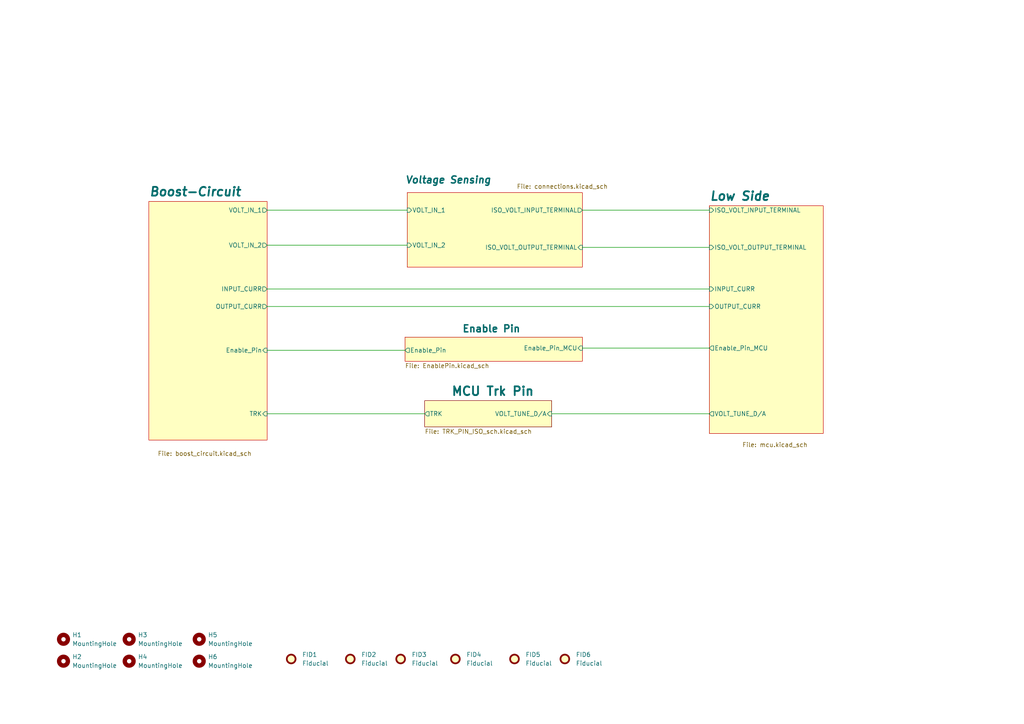
<source format=kicad_sch>
(kicad_sch (version 20250114) (generator "eeschema") (generator_version "9.0")
  (paper "A4")
  (title_block (title "DC-DC-Converter Root Page") (rev "V3") (company "EcoCar") (comment 1 "Designed by:  Zeeshan Haque"))
  (lib_symbols
    (symbol "Mechanical:Fiducial" (in_bom no)
      (property "Reference" "FID" (at 0 5.08 0))
      (property "Value" "Fiducial" (at 0 3.175 0))
      (symbol "Fiducial_0_1"
        (circle (center 0 0) (radius 1.27) (stroke (width 0.508)) (fill (type background)))
      )
    )
    (symbol "Mechanical:MountingHole" (pin_names (offset 1.016)) (exclude_from_sim yes) (in_bom no)
      (property "Reference" "H" (at 0 5.08 0))
      (property "Value" "MountingHole" (at 0 3.175 0))
      (symbol "MountingHole_0_1"
        (circle (center 0 0) (radius 1.27) (stroke (width 1.27)))
      )
    )
  )
  (wire (pts (xy 77.47 83.82) (xy 205.74 83.82)))
  (wire (pts (xy 160.02 120.015) (xy 205.74 120.015)))
  (wire (pts (xy 77.47 60.96) (xy 118.11 60.96)))
  (wire (pts (xy 168.91 60.96) (xy 205.74 60.96)))
  (wire (pts (xy 168.91 71.755) (xy 205.74 71.755)))
  (wire (pts (xy 168.91 100.965) (xy 205.74 100.965)))
  (wire (pts (xy 77.47 101.6) (xy 117.475 101.6)))
  (wire (pts (xy 77.47 88.9) (xy 205.74 88.9)))
  (wire (pts (xy 77.47 71.12) (xy 118.11 71.12)))
  (wire (pts (xy 77.47 120.015) (xy 123.19 120.015)))
  (symbol (lib_id "Mechanical:MountingHole") (at 57.785 191.77 0) (unit 1) (exclude_from_sim yes) (in_bom no)
    (property "Reference" "H6" (at 60.325 190.4999 0) (effects (justify left)))
    (property "Value" "MountingHole" (at 60.325 193.0399 0) (effects (justify left)))
    (property "Footprint" "MountingHole:MountingHole_3.5mm" (effects (hide yes)))
    (property "Description" "Mounting Hole without connection" (effects (hide yes)))
  )
  (symbol (lib_id "Mechanical:Fiducial") (at 101.6 191.135 0) (unit 1) (in_bom no)
    (property "Reference" "FID2" (at 104.775 189.8649 0) (effects (justify left)))
    (property "Value" "Fiducial" (at 104.775 192.4049 0) (effects (justify left)))
    (property "Footprint" "Fiducial:Fiducial_1mm_Mask2mm" (effects (hide yes)))
    (property "Description" "Fiducial Marker" (effects (hide yes)))
  )
  (symbol (lib_id "Mechanical:MountingHole") (at 37.465 185.42 0) (unit 1) (exclude_from_sim yes) (in_bom no)
    (property "Reference" "H3" (at 40.005 184.1499 0) (effects (justify left)))
    (property "Value" "MountingHole" (at 40.005 186.6899 0) (effects (justify left)))
    (property "Footprint" "MountingHole:MountingHole_3.5mm" (effects (hide yes)))
    (property "Description" "Mounting Hole without connection" (effects (hide yes)))
  )
  (symbol (lib_id "Mechanical:Fiducial") (at 132.08 191.135 0) (unit 1) (in_bom no)
    (property "Reference" "FID4" (at 135.255 189.8649 0) (effects (justify left)))
    (property "Value" "Fiducial" (at 135.255 192.4049 0) (effects (justify left)))
    (property "Footprint" "Fiducial:Fiducial_1mm_Mask2mm" (effects (hide yes)))
    (property "Description" "Fiducial Marker" (effects (hide yes)))
  )
  (symbol (lib_id "Mechanical:MountingHole") (at 18.415 191.77 0) (unit 1) (exclude_from_sim yes) (in_bom no)
    (property "Reference" "H2" (at 20.955 190.4999 0) (effects (justify left)))
    (property "Value" "MountingHole" (at 20.955 193.0399 0) (effects (justify left)))
    (property "Footprint" "MountingHole:MountingHole_3.5mm" (effects (hide yes)))
    (property "Description" "Mounting Hole without connection" (effects (hide yes)))
  )
  (symbol (lib_id "Mechanical:MountingHole") (at 37.465 191.77 0) (unit 1) (exclude_from_sim yes) (in_bom no)
    (property "Reference" "H4" (at 40.005 190.4999 0) (effects (justify left)))
    (property "Value" "MountingHole" (at 40.005 193.0399 0) (effects (justify left)))
    (property "Footprint" "MountingHole:MountingHole_3.5mm" (effects (hide yes)))
    (property "Description" "Mounting Hole without connection" (effects (hide yes)))
  )
  (symbol (lib_id "Mechanical:Fiducial") (at 149.225 191.135 0) (unit 1) (in_bom no)
    (property "Reference" "FID5" (at 152.4 189.8649 0) (effects (justify left)))
    (property "Value" "Fiducial" (at 152.4 192.4049 0) (effects (justify left)))
    (property "Footprint" "Fiducial:Fiducial_1mm_Mask2mm" (effects (hide yes)))
    (property "Description" "Fiducial Marker" (effects (hide yes)))
  )
  (symbol (lib_id "Mechanical:MountingHole") (at 18.415 185.42 0) (unit 1) (exclude_from_sim yes) (in_bom no)
    (property "Reference" "H1" (at 20.955 184.1499 0) (effects (justify left)))
    (property "Value" "MountingHole" (at 20.955 186.6899 0) (effects (justify left)))
    (property "Footprint" "MountingHole:MountingHole_3.5mm" (effects (hide yes)))
    (property "Description" "Mounting Hole without connection" (effects (hide yes)))
  )
  (symbol (lib_id "Mechanical:Fiducial") (at 84.455 191.135 0) (unit 1) (in_bom no)
    (property "Reference" "FID1" (at 87.63 189.8649 0) (effects (justify left)))
    (property "Value" "Fiducial" (at 87.63 192.4049 0) (effects (justify left)))
    (property "Footprint" "Fiducial:Fiducial_1mm_Mask2mm" (effects (hide yes)))
    (property "Description" "Fiducial Marker" (effects (hide yes)))
  )
  (symbol (lib_id "Mechanical:MountingHole") (at 57.785 185.42 0) (unit 1) (exclude_from_sim yes) (in_bom no)
    (property "Reference" "H5" (at 60.325 184.1499 0) (effects (justify left)))
    (property "Value" "MountingHole" (at 60.325 186.6899 0) (effects (justify left)))
    (property "Footprint" "MountingHole:MountingHole_3.5mm" (effects (hide yes)))
    (property "Description" "Mounting Hole without connection" (effects (hide yes)))
  )
  (symbol (lib_id "Mechanical:Fiducial") (at 116.205 191.135 0) (unit 1) (in_bom no)
    (property "Reference" "FID3" (at 119.38 189.8649 0) (effects (justify left)))
    (property "Value" "Fiducial" (at 119.38 192.4049 0) (effects (justify left)))
    (property "Footprint" "Fiducial:Fiducial_1mm_Mask2mm" (effects (hide yes)))
    (property "Description" "Fiducial Marker" (effects (hide yes)))
  )
  (symbol (lib_id "Mechanical:Fiducial") (at 163.83 191.135 0) (unit 1) (in_bom no)
    (property "Reference" "FID6" (at 167.005 189.8649 0) (effects (justify left)))
    (property "Value" "Fiducial" (at 167.005 192.4049 0) (effects (justify left)))
    (property "Footprint" "Fiducial:Fiducial_1mm_Mask2mm" (effects (hide yes)))
    (property "Description" "Fiducial Marker" (effects (hide yes)))
  )
  (sheet (at 117.475 97.79) (size 51.435 6.985) (stroke (width 0.1524) (color 194 0 0 1)) (fill (color 255 255 194 1.0000))
    (property "Sheetname" "Enable Pin" (at 133.985 96.52 0) (effects (font (size 2.032 2.032) (bold yes)) (justify left bottom)))
    (property "Sheetfile" "EnablePin.kicad_sch" (at 117.475 105.3596 0) (effects (justify left top)))
    (pin "Enable_Pin_MCU" input (at 168.91 100.965 0))
    (pin "Enable_Pin" output (at 117.475 101.6 180))
  )
  (sheet (at 205.74 59.69) (size 33.02 66.04) (stroke (width 0.1524) (color 194 0 0 1)) (fill (color 255 255 194 1.0000))
    (property "Sheetname" "Low Side" (at 205.74 58.3434 0) (effects (font (size 2.54 2.54) (bold yes) (italic yes)) (justify left bottom)))
    (property "Sheetfile" "mcu.kicad_sch" (at 215.265 128.27 0) (effects (justify left top)))
    (pin "VOLT_TUNE_D{slash}A" output (at 205.74 120.015 180))
    (pin "INPUT_CURR" input (at 205.74 83.82 180))
    (pin "OUTPUT_CURR" input (at 205.74 88.9 180))
    (pin "ISO_VOLT_OUTPUT_TERMINAL" input (at 205.74 71.755 180))
    (pin "ISO_VOLT_INPUT_TERMINAL" input (at 205.74 60.96 180))
    (pin "Enable_Pin_MCU" output (at 205.74 100.965 180))
  )
  (sheet (at 123.19 116.205) (size 36.83 7.62) (stroke (width 0.1524) (color 132 0 0 1)) (fill (color 255 255 194 1.0000))
    (property "Sheetname" "MCU Trk Pin" (at 130.81 114.935 0) (effects (font (size 2.54 2.54) (bold yes)) (justify left bottom)))
    (property "Sheetfile" "TRK_PIN_ISO_sch.kicad_sch" (at 123.19 124.4096 0) (effects (justify left top)))
    (pin "TRK" output (at 123.19 120.015 180))
    (pin "VOLT_TUNE_D{slash}A" input (at 160.02 120.015 0))
  )
  (sheet (at 118.11 55.88) (size 50.8 21.59) (stroke (width 0.1524) (color 194 0 0 1)) (fill (color 255 255 194 1.0000))
    (property "Sheetname" "Voltage Sensing " (at 117.475 53.34 0) (effects (font (size 2.032 2.032) (bold yes) (italic yes)) (justify left bottom)))
    (property "Sheetfile" "connections.kicad_sch" (at 149.86 53.34 0) (effects (justify left top)))
    (pin "ISO_VOLT_INPUT_TERMINAL" output (at 168.91 60.96 0))
    (pin "VOLT_IN_1" input (at 118.11 60.96 180))
    (pin "ISO_VOLT_OUTPUT_TERMINAL" input (at 168.91 71.755 0))
    (pin "VOLT_IN_2" input (at 118.11 71.12 180))
  )
  (sheet (at 43.18 58.42) (size 34.29 69.215) (stroke (width 0.1524) (color 194 0 0 1)) (fill (color 255 255 194 1.0000))
    (property "Sheetname" "Boost-Circuit" (at 43.18 57.0734 0) (effects (font (size 2.54 2.54) (bold yes) (italic yes)) (justify left bottom)))
    (property "Sheetfile" "boost_circuit.kicad_sch" (at 45.72 130.81 0) (effects (justify left top)))
    (pin "INPUT_CURR" output (at 77.47 83.82 0))
    (pin "OUTPUT_CURR" output (at 77.47 88.9 0))
    (pin "VOLT_IN_1" output (at 77.47 60.96 0))
    (pin "VOLT_IN_2" output (at 77.47 71.12 0))
    (pin "TRK" input (at 77.47 120.015 0))
    (pin "Enable_Pin" input (at 77.47 101.6 0))
  )
)
</source>
